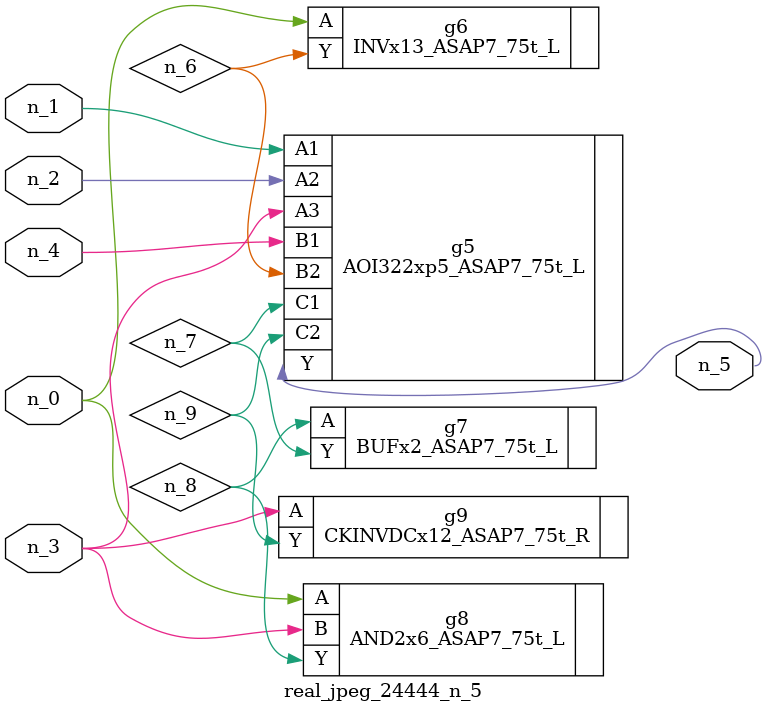
<source format=v>
module real_jpeg_24444_n_5 (n_4, n_0, n_1, n_2, n_3, n_5);

input n_4;
input n_0;
input n_1;
input n_2;
input n_3;

output n_5;

wire n_8;
wire n_6;
wire n_7;
wire n_9;

INVx13_ASAP7_75t_L g6 ( 
.A(n_0),
.Y(n_6)
);

AND2x6_ASAP7_75t_L g8 ( 
.A(n_0),
.B(n_3),
.Y(n_8)
);

AOI322xp5_ASAP7_75t_L g5 ( 
.A1(n_1),
.A2(n_2),
.A3(n_3),
.B1(n_4),
.B2(n_6),
.C1(n_7),
.C2(n_9),
.Y(n_5)
);

CKINVDCx12_ASAP7_75t_R g9 ( 
.A(n_3),
.Y(n_9)
);

BUFx2_ASAP7_75t_L g7 ( 
.A(n_8),
.Y(n_7)
);


endmodule
</source>
